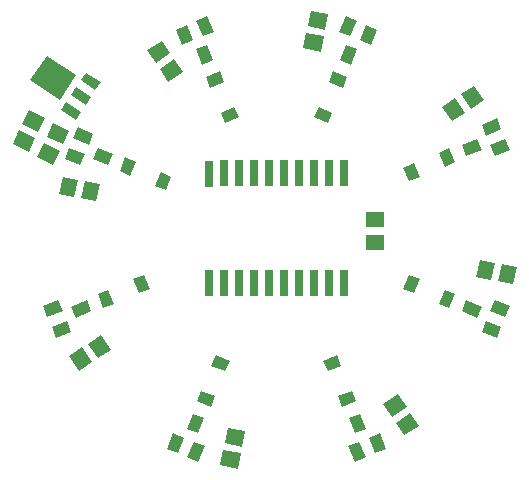
<source format=gbp>
G04 Layer: BottomPasteMaskLayer*
G04 EasyEDA v6.2.46, 2019-12-20T15:47:03+02:00*
G04 e460ad1c73c14af8b4042999b0e6f5d6,e8986612fe13436f8f5b72e5f572de6a,00*
G04 Gerber Generator version 0.2*
G04 Scale: 100 percent, Rotated: No, Reflected: No *
G04 Dimensions in inches *
G04 leading zeros omitted , absolute positions ,2 integer and 4 decimal *
%FSLAX24Y24*%
%MOIN*%
G90*
G70D02*


%LPD*%
G36*
G01X7157Y15806D02*
G01X7521Y15957D01*
G01X7732Y15448D01*
G01X7368Y15297D01*
G01X7157Y15806D01*
G37*
G36*
G01X7172Y16750D02*
G01X7535Y16900D01*
G01X7746Y16391D01*
G01X7382Y16240D01*
G01X7172Y16750D01*
G37*
G36*
G01X6480Y16463D02*
G01X6844Y16614D01*
G01X7055Y16105D01*
G01X6691Y15954D01*
G01X6480Y16463D01*
G37*
G36*
G01X3729Y12161D02*
G01X3879Y12525D01*
G01X4389Y12314D01*
G01X4238Y11950D01*
G01X3729Y12161D01*
G37*
G36*
G01X3072Y12838D02*
G01X3222Y13202D01*
G01X3732Y12991D01*
G01X3581Y12627D01*
G01X3072Y12838D01*
G37*
G36*
G01X2785Y12147D02*
G01X2936Y12511D01*
G01X3445Y12300D01*
G01X3295Y11936D01*
G01X2785Y12147D01*
G37*
G36*
G01X3152Y6858D02*
G01X3001Y7222D01*
G01X3511Y7433D01*
G01X3661Y7069D01*
G01X3152Y6858D01*
G37*
G36*
G01X2209Y6872D02*
G01X2058Y7236D01*
G01X2567Y7447D01*
G01X2718Y7083D01*
G01X2209Y6872D01*
G37*
G36*
G01X2495Y6181D02*
G01X2344Y6545D01*
G01X2853Y6756D01*
G01X3004Y6392D01*
G01X2495Y6181D01*
G37*
G36*
G01X7222Y3001D02*
G01X6858Y3152D01*
G01X7069Y3661D01*
G01X7433Y3511D01*
G01X7222Y3001D01*
G37*
G36*
G01X6545Y2344D02*
G01X6181Y2495D01*
G01X6392Y3004D01*
G01X6756Y2853D01*
G01X6545Y2344D01*
G37*
G36*
G01X7236Y2058D02*
G01X6872Y2209D01*
G01X7083Y2718D01*
G01X7447Y2567D01*
G01X7236Y2058D01*
G37*
G36*
G01X12826Y3152D02*
G01X12462Y3001D01*
G01X12252Y3511D01*
G01X12615Y3661D01*
G01X12826Y3152D01*
G37*
G36*
G01X12812Y2209D02*
G01X12448Y2058D01*
G01X12237Y2567D01*
G01X12601Y2718D01*
G01X12812Y2209D01*
G37*
G36*
G01X13503Y2495D02*
G01X13139Y2344D01*
G01X12929Y2853D01*
G01X13292Y3004D01*
G01X13503Y2495D01*
G37*
G36*
G01X16683Y7222D02*
G01X16532Y6858D01*
G01X16023Y7069D01*
G01X16174Y7433D01*
G01X16683Y7222D01*
G37*
G36*
G01X17340Y6545D02*
G01X17189Y6181D01*
G01X16680Y6392D01*
G01X16831Y6756D01*
G01X17340Y6545D01*
G37*
G36*
G01X17626Y7236D02*
G01X17475Y6872D01*
G01X16966Y7083D01*
G01X17117Y7447D01*
G01X17626Y7236D01*
G37*
G36*
G01X16532Y12826D02*
G01X16683Y12462D01*
G01X16174Y12252D01*
G01X16023Y12615D01*
G01X16532Y12826D01*
G37*
G36*
G01X17475Y12812D02*
G01X17626Y12448D01*
G01X17117Y12237D01*
G01X16966Y12601D01*
G01X17475Y12812D01*
G37*
G36*
G01X17189Y13503D02*
G01X17340Y13139D01*
G01X16831Y12929D01*
G01X16680Y13292D01*
G01X17189Y13503D01*
G37*
G36*
G01X12161Y15955D02*
G01X12525Y15805D01*
G01X12314Y15295D01*
G01X11950Y15446D01*
G01X12161Y15955D01*
G37*
G36*
G01X12838Y16612D02*
G01X13202Y16462D01*
G01X12991Y15952D01*
G01X12627Y16103D01*
G01X12838Y16612D01*
G37*
G36*
G01X12147Y16899D02*
G01X12511Y16748D01*
G01X12300Y16239D01*
G01X11936Y16389D01*
G01X12147Y16899D01*
G37*
G36*
G01X6229Y14719D02*
G01X5944Y15144D01*
G01X6435Y15473D01*
G01X6719Y15048D01*
G01X6229Y14719D01*
G37*
G36*
G01X5813Y15341D02*
G01X5528Y15766D01*
G01X6019Y16095D01*
G01X6303Y15669D01*
G01X5813Y15341D01*
G37*
G36*
G01X3838Y10736D02*
G01X3336Y10835D01*
G01X3451Y11414D01*
G01X3953Y11315D01*
G01X3838Y10736D01*
G37*
G36*
G01X3105Y10881D02*
G01X2602Y10980D01*
G01X2717Y11560D01*
G01X3219Y11460D01*
G01X3105Y10881D01*
G37*
G36*
G01X4310Y5791D02*
G01X3885Y5507D01*
G01X3556Y5997D01*
G01X3982Y6282D01*
G01X4310Y5791D01*
G37*
G36*
G01X3688Y5375D02*
G01X3263Y5090D01*
G01X2935Y5581D01*
G01X3360Y5866D01*
G01X3688Y5375D01*
G37*
G36*
G01X8795Y3066D02*
G01X8695Y2564D01*
G01X8116Y2679D01*
G01X8215Y3181D01*
G01X8795Y3066D01*
G37*
G36*
G01X8649Y2332D02*
G01X8550Y1830D01*
G01X7971Y1945D01*
G01X8070Y2447D01*
G01X8649Y2332D01*
G37*
G36*
G01X13893Y4310D02*
G01X14178Y3885D01*
G01X13687Y3556D01*
G01X13402Y3982D01*
G01X13893Y4310D01*
G37*
G36*
G01X14309Y3689D02*
G01X14594Y3263D01*
G01X14103Y2935D01*
G01X13818Y3360D01*
G01X14309Y3689D01*
G37*
G36*
G01X16618Y8795D02*
G01X17120Y8695D01*
G01X17005Y8116D01*
G01X16503Y8215D01*
G01X16618Y8795D01*
G37*
G36*
G01X17352Y8649D02*
G01X17854Y8550D01*
G01X17739Y7971D01*
G01X17237Y8070D01*
G01X17352Y8649D01*
G37*
G36*
G01X15374Y13893D02*
G01X15799Y14178D01*
G01X16128Y13687D01*
G01X15702Y13402D01*
G01X15374Y13893D01*
G37*
G36*
G01X15996Y14309D02*
G01X16421Y14594D01*
G01X16749Y14103D01*
G01X16324Y13818D01*
G01X15996Y14309D01*
G37*
G36*
G01X10736Y15846D02*
G01X10835Y16348D01*
G01X11414Y16233D01*
G01X11315Y15731D01*
G01X10736Y15846D01*
G37*
G36*
G01X10881Y16580D02*
G01X10980Y17082D01*
G01X11560Y16967D01*
G01X11460Y16465D01*
G01X10881Y16580D01*
G37*
G36*
G01X12829Y9120D02*
G01X12829Y9631D01*
G01X13420Y9631D01*
G01X13420Y9120D01*
G01X12829Y9120D01*
G37*
G36*
G01X12829Y9868D02*
G01X12829Y10379D01*
G01X13420Y10379D01*
G01X13420Y9868D01*
G01X12829Y9868D01*
G37*
G36*
G01X1870Y12204D02*
G01X2086Y12668D01*
G01X2621Y12419D01*
G01X2405Y11955D01*
G01X1870Y12204D01*
G37*
G36*
G01X2186Y12882D02*
G01X2402Y13346D01*
G01X2937Y13097D01*
G01X2721Y12633D01*
G01X2186Y12882D01*
G37*
G36*
G01X1047Y12635D02*
G01X1263Y13099D01*
G01X1799Y12849D01*
G01X1582Y12385D01*
G01X1047Y12635D01*
G37*
G36*
G01X1363Y13313D02*
G01X1580Y13777D01*
G01X2115Y13527D01*
G01X1898Y13063D01*
G01X1363Y13313D01*
G37*
G36*
G01X8439Y13883D02*
G01X8584Y13532D01*
G01X8122Y13341D01*
G01X7977Y13692D01*
G01X8439Y13883D01*
G37*
G36*
G01X7630Y14530D02*
G01X7484Y14881D01*
G01X7946Y15073D01*
G01X8091Y14722D01*
G01X7630Y14530D01*
G37*
G36*
G01X5992Y11707D02*
G01X6343Y11562D01*
G01X6152Y11100D01*
G01X5801Y11245D01*
G01X5992Y11707D01*
G37*
G36*
G01X4962Y11593D02*
G01X4611Y11738D01*
G01X4803Y12200D01*
G01X5154Y12055D01*
G01X4962Y11593D01*
G37*
G36*
G01X5073Y8137D02*
G01X5424Y8283D01*
G01X5616Y7821D01*
G01X5265Y7675D01*
G01X5073Y8137D01*
G37*
G36*
G01X4426Y7328D02*
G01X4075Y7183D01*
G01X3884Y7645D01*
G01X4235Y7790D01*
G01X4426Y7328D01*
G37*
G36*
G01X7675Y5265D02*
G01X7821Y5616D01*
G01X8283Y5424D01*
G01X8137Y5073D01*
G01X7675Y5265D01*
G37*
G36*
G01X7790Y4235D02*
G01X7645Y3884D01*
G01X7183Y4075D01*
G01X7328Y4426D01*
G01X7790Y4235D01*
G37*
G36*
G01X11547Y5073D02*
G01X11401Y5424D01*
G01X11863Y5616D01*
G01X12009Y5265D01*
G01X11547Y5073D01*
G37*
G36*
G01X12356Y4426D02*
G01X12501Y4075D01*
G01X12039Y3884D01*
G01X11894Y4235D01*
G01X12356Y4426D01*
G37*
G36*
G01X14419Y7675D02*
G01X14068Y7821D01*
G01X14260Y8283D01*
G01X14611Y8137D01*
G01X14419Y7675D01*
G37*
G36*
G01X15449Y7790D02*
G01X15800Y7645D01*
G01X15609Y7183D01*
G01X15258Y7328D01*
G01X15449Y7790D01*
G37*
G36*
G01X14611Y11547D02*
G01X14260Y11401D01*
G01X14068Y11863D01*
G01X14419Y12009D01*
G01X14611Y11547D01*
G37*
G36*
G01X15258Y12356D02*
G01X15609Y12501D01*
G01X15800Y12039D01*
G01X15449Y11894D01*
G01X15258Y12356D01*
G37*
G36*
G01X11707Y13692D02*
G01X11562Y13341D01*
G01X11100Y13532D01*
G01X11245Y13883D01*
G01X11707Y13692D01*
G37*
G36*
G01X11593Y14722D02*
G01X11738Y15073D01*
G01X12200Y14881D01*
G01X12055Y14530D01*
G01X11593Y14722D01*
G37*
G36*
G01X12212Y7582D02*
G01X11972Y7582D01*
G01X11972Y8452D01*
G01X12212Y8452D01*
G01X12212Y7582D01*
G37*
G36*
G01X11712Y7582D02*
G01X11472Y7582D01*
G01X11472Y8452D01*
G01X11712Y8452D01*
G01X11712Y7582D01*
G37*
G36*
G01X11212Y7582D02*
G01X10972Y7582D01*
G01X10972Y8452D01*
G01X11212Y8452D01*
G01X11212Y7582D01*
G37*
G36*
G01X10712Y7582D02*
G01X10472Y7582D01*
G01X10472Y8452D01*
G01X10712Y8452D01*
G01X10712Y7582D01*
G37*
G36*
G01X10212Y7582D02*
G01X9972Y7582D01*
G01X9972Y8452D01*
G01X10212Y8452D01*
G01X10212Y7582D01*
G37*
G36*
G01X9712Y7582D02*
G01X9472Y7582D01*
G01X9472Y8452D01*
G01X9712Y8452D01*
G01X9712Y7582D01*
G37*
G36*
G01X9212Y7582D02*
G01X8972Y7582D01*
G01X8972Y8452D01*
G01X9212Y8452D01*
G01X9212Y7582D01*
G37*
G36*
G01X8712Y7582D02*
G01X8472Y7582D01*
G01X8472Y8452D01*
G01X8712Y8452D01*
G01X8712Y7582D01*
G37*
G36*
G01X8212Y7582D02*
G01X7972Y7582D01*
G01X7972Y8452D01*
G01X8212Y8452D01*
G01X8212Y7582D01*
G37*
G36*
G01X7712Y7582D02*
G01X7472Y7582D01*
G01X7472Y8452D01*
G01X7712Y8452D01*
G01X7712Y7582D01*
G37*
G36*
G01X8212Y11232D02*
G01X7972Y11232D01*
G01X7972Y12102D01*
G01X8212Y12102D01*
G01X8212Y11232D01*
G37*
G36*
G01X7712Y11222D02*
G01X7472Y11222D01*
G01X7472Y12092D01*
G01X7712Y12092D01*
G01X7712Y11222D01*
G37*
G36*
G01X8712Y11232D02*
G01X8472Y11232D01*
G01X8472Y12102D01*
G01X8712Y12102D01*
G01X8712Y11232D01*
G37*
G36*
G01X9212Y11232D02*
G01X8972Y11232D01*
G01X8972Y12102D01*
G01X9212Y12102D01*
G01X9212Y11232D01*
G37*
G36*
G01X9712Y11232D02*
G01X9472Y11232D01*
G01X9472Y12102D01*
G01X9712Y12102D01*
G01X9712Y11232D01*
G37*
G36*
G01X10212Y11232D02*
G01X9972Y11232D01*
G01X9972Y12102D01*
G01X10212Y12102D01*
G01X10212Y11232D01*
G37*
G36*
G01X10712Y11232D02*
G01X10472Y11232D01*
G01X10472Y12102D01*
G01X10712Y12102D01*
G01X10712Y11232D01*
G37*
G36*
G01X11212Y11232D02*
G01X10972Y11232D01*
G01X10972Y12102D01*
G01X11212Y12102D01*
G01X11212Y11232D01*
G37*
G36*
G01X11712Y11232D02*
G01X11472Y11232D01*
G01X11472Y12102D01*
G01X11712Y12102D01*
G01X11712Y11232D01*
G37*
G36*
G01X12212Y11232D02*
G01X11972Y11232D01*
G01X11972Y12102D01*
G01X12212Y12102D01*
G01X12212Y11232D01*
G37*
G36*
G01X3328Y13718D02*
G01X3153Y13456D01*
G01X2662Y13784D01*
G01X2837Y14046D01*
G01X3328Y13718D01*
G37*
G36*
G01X3983Y14701D02*
G01X3809Y14439D01*
G01X3317Y14766D01*
G01X3492Y15028D01*
G01X3983Y14701D01*
G37*
G36*
G01X3656Y14209D02*
G01X3481Y13947D01*
G01X2990Y14275D01*
G01X3164Y14537D01*
G01X3656Y14209D01*
G37*
G36*
G01X3170Y14936D02*
G01X2624Y14117D01*
G01X1641Y14772D01*
G01X2187Y15591D01*
G01X3170Y14936D01*
G37*
M00*
M02*

</source>
